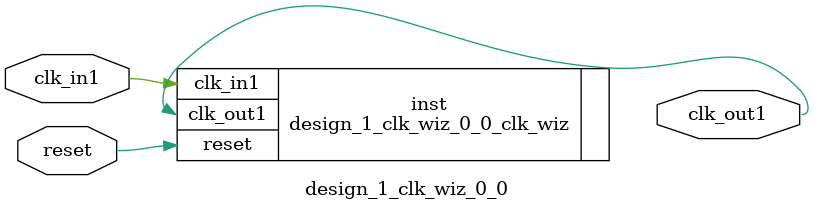
<source format=v>


`timescale 1ps/1ps

(* CORE_GENERATION_INFO = "design_1_clk_wiz_0_0,clk_wiz_v6_0_8_0_0,{component_name=design_1_clk_wiz_0_0,use_phase_alignment=false,use_min_o_jitter=false,use_max_i_jitter=false,use_dyn_phase_shift=false,use_inclk_switchover=false,use_dyn_reconfig=false,enable_axi=0,feedback_source=FDBK_AUTO,PRIMITIVE=MMCM,num_out_clk=1,clkin1_period=10.000,clkin2_period=10.000,use_power_down=false,use_reset=true,use_locked=false,use_inclk_stopped=false,feedback_type=SINGLE,CLOCK_MGR_TYPE=NA,manual_override=false}" *)

module design_1_clk_wiz_0_0 
 (
  // Clock out ports
  output        clk_out1,
  // Status and control signals
  input         reset,
 // Clock in ports
  input         clk_in1
 );

  design_1_clk_wiz_0_0_clk_wiz inst
  (
  // Clock out ports  
  .clk_out1(clk_out1),
  // Status and control signals               
  .reset(reset), 
 // Clock in ports
  .clk_in1(clk_in1)
  );

endmodule

</source>
